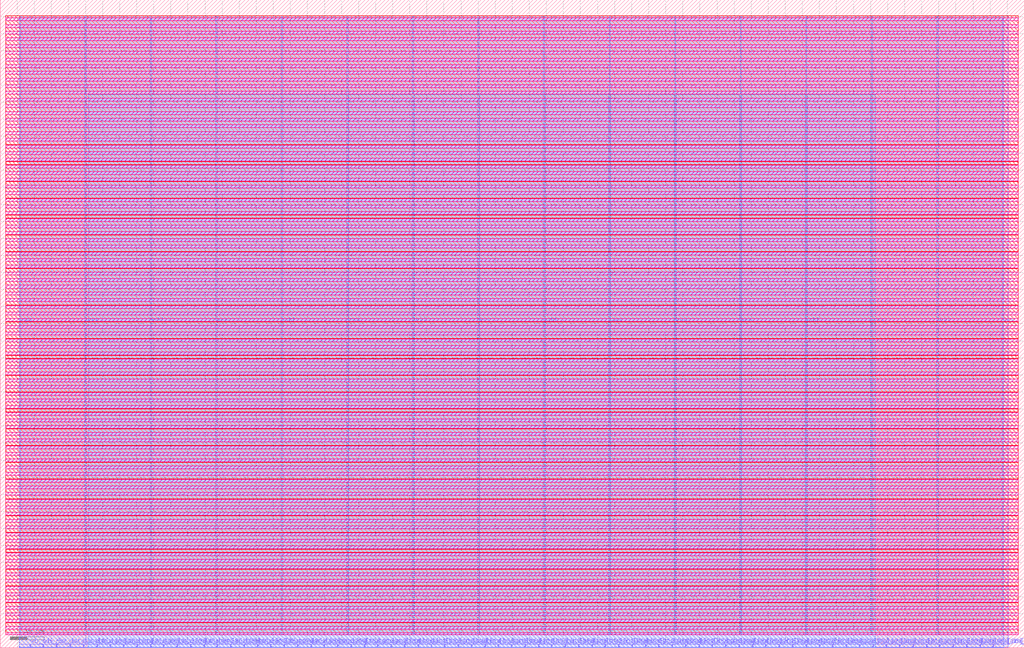
<source format=lef>
VERSION 5.7 ;
  NOWIREEXTENSIONATPIN ON ;
  DIVIDERCHAR "/" ;
  BUSBITCHARS "[]" ;
MACRO present_gf180_wrapper
  CLASS BLOCK ;
  FOREIGN present_gf180_wrapper ;
  ORIGIN 0.000 0.000 ;
  SIZE 1200.000 BY 760.000 ;
  PIN la_data_in[0]
    DIRECTION INPUT ;
    USE SIGNAL ;
    ANTENNAGATEAREA 0.396000 ;
    ANTENNADIFFAREA 0.410400 ;
    PORT
      LAYER Metal2 ;
        RECT 66.080 0.000 66.640 4.000 ;
    END
  END la_data_in[0]
  PIN la_data_in[10]
    DIRECTION INPUT ;
    USE SIGNAL ;
    ANTENNAGATEAREA 0.396000 ;
    ANTENNADIFFAREA 0.410400 ;
    PORT
      LAYER Metal2 ;
        RECT 379.680 0.000 380.240 4.000 ;
    END
  END la_data_in[10]
  PIN la_data_in[11]
    DIRECTION INPUT ;
    USE SIGNAL ;
    ANTENNAGATEAREA 0.396000 ;
    ANTENNADIFFAREA 0.410400 ;
    PORT
      LAYER Metal2 ;
        RECT 411.040 0.000 411.600 4.000 ;
    END
  END la_data_in[11]
  PIN la_data_in[12]
    DIRECTION INPUT ;
    USE SIGNAL ;
    ANTENNAGATEAREA 0.396000 ;
    ANTENNADIFFAREA 0.410400 ;
    PORT
      LAYER Metal2 ;
        RECT 442.400 0.000 442.960 4.000 ;
    END
  END la_data_in[12]
  PIN la_data_in[13]
    DIRECTION INPUT ;
    USE SIGNAL ;
    ANTENNAGATEAREA 0.396000 ;
    ANTENNADIFFAREA 0.410400 ;
    PORT
      LAYER Metal2 ;
        RECT 473.760 0.000 474.320 4.000 ;
    END
  END la_data_in[13]
  PIN la_data_in[14]
    DIRECTION INPUT ;
    USE SIGNAL ;
    ANTENNAGATEAREA 0.396000 ;
    ANTENNADIFFAREA 0.410400 ;
    PORT
      LAYER Metal2 ;
        RECT 505.120 0.000 505.680 4.000 ;
    END
  END la_data_in[14]
  PIN la_data_in[15]
    DIRECTION INPUT ;
    USE SIGNAL ;
    ANTENNAGATEAREA 0.396000 ;
    ANTENNADIFFAREA 0.410400 ;
    PORT
      LAYER Metal2 ;
        RECT 536.480 0.000 537.040 4.000 ;
    END
  END la_data_in[15]
  PIN la_data_in[16]
    DIRECTION INPUT ;
    USE SIGNAL ;
    ANTENNAGATEAREA 0.396000 ;
    ANTENNADIFFAREA 0.410400 ;
    PORT
      LAYER Metal2 ;
        RECT 567.840 0.000 568.400 4.000 ;
    END
  END la_data_in[16]
  PIN la_data_in[17]
    DIRECTION INPUT ;
    USE SIGNAL ;
    ANTENNAGATEAREA 0.396000 ;
    ANTENNADIFFAREA 0.410400 ;
    PORT
      LAYER Metal2 ;
        RECT 599.200 0.000 599.760 4.000 ;
    END
  END la_data_in[17]
  PIN la_data_in[18]
    DIRECTION INPUT ;
    USE SIGNAL ;
    ANTENNAGATEAREA 0.396000 ;
    ANTENNADIFFAREA 0.410400 ;
    PORT
      LAYER Metal2 ;
        RECT 630.560 0.000 631.120 4.000 ;
    END
  END la_data_in[18]
  PIN la_data_in[19]
    DIRECTION INPUT ;
    USE SIGNAL ;
    ANTENNAGATEAREA 0.396000 ;
    ANTENNADIFFAREA 0.410400 ;
    PORT
      LAYER Metal2 ;
        RECT 661.920 0.000 662.480 4.000 ;
    END
  END la_data_in[19]
  PIN la_data_in[1]
    DIRECTION INPUT ;
    USE SIGNAL ;
    ANTENNAGATEAREA 0.396000 ;
    ANTENNADIFFAREA 0.410400 ;
    PORT
      LAYER Metal2 ;
        RECT 97.440 0.000 98.000 4.000 ;
    END
  END la_data_in[1]
  PIN la_data_in[20]
    DIRECTION INPUT ;
    USE SIGNAL ;
    ANTENNAGATEAREA 0.396000 ;
    ANTENNADIFFAREA 0.410400 ;
    PORT
      LAYER Metal2 ;
        RECT 693.280 0.000 693.840 4.000 ;
    END
  END la_data_in[20]
  PIN la_data_in[21]
    DIRECTION INPUT ;
    USE SIGNAL ;
    ANTENNAGATEAREA 0.396000 ;
    ANTENNADIFFAREA 0.410400 ;
    PORT
      LAYER Metal2 ;
        RECT 724.640 0.000 725.200 4.000 ;
    END
  END la_data_in[21]
  PIN la_data_in[22]
    DIRECTION INPUT ;
    USE SIGNAL ;
    ANTENNAGATEAREA 0.396000 ;
    ANTENNADIFFAREA 0.410400 ;
    PORT
      LAYER Metal2 ;
        RECT 756.000 0.000 756.560 4.000 ;
    END
  END la_data_in[22]
  PIN la_data_in[23]
    DIRECTION INPUT ;
    USE SIGNAL ;
    ANTENNAGATEAREA 0.396000 ;
    ANTENNADIFFAREA 0.410400 ;
    PORT
      LAYER Metal2 ;
        RECT 787.360 0.000 787.920 4.000 ;
    END
  END la_data_in[23]
  PIN la_data_in[24]
    DIRECTION INPUT ;
    USE SIGNAL ;
    ANTENNAGATEAREA 0.396000 ;
    ANTENNADIFFAREA 0.410400 ;
    PORT
      LAYER Metal2 ;
        RECT 818.720 0.000 819.280 4.000 ;
    END
  END la_data_in[24]
  PIN la_data_in[25]
    DIRECTION INPUT ;
    USE SIGNAL ;
    ANTENNAGATEAREA 0.396000 ;
    ANTENNADIFFAREA 0.410400 ;
    PORT
      LAYER Metal2 ;
        RECT 850.080 0.000 850.640 4.000 ;
    END
  END la_data_in[25]
  PIN la_data_in[26]
    DIRECTION INPUT ;
    USE SIGNAL ;
    ANTENNAGATEAREA 0.396000 ;
    ANTENNADIFFAREA 0.410400 ;
    PORT
      LAYER Metal2 ;
        RECT 881.440 0.000 882.000 4.000 ;
    END
  END la_data_in[26]
  PIN la_data_in[27]
    DIRECTION INPUT ;
    USE SIGNAL ;
    ANTENNAGATEAREA 0.396000 ;
    ANTENNADIFFAREA 0.410400 ;
    PORT
      LAYER Metal2 ;
        RECT 912.800 0.000 913.360 4.000 ;
    END
  END la_data_in[27]
  PIN la_data_in[28]
    DIRECTION INPUT ;
    USE SIGNAL ;
    ANTENNAGATEAREA 0.396000 ;
    ANTENNADIFFAREA 0.410400 ;
    PORT
      LAYER Metal2 ;
        RECT 944.160 0.000 944.720 4.000 ;
    END
  END la_data_in[28]
  PIN la_data_in[29]
    DIRECTION INPUT ;
    USE SIGNAL ;
    ANTENNAGATEAREA 0.396000 ;
    ANTENNADIFFAREA 0.410400 ;
    PORT
      LAYER Metal2 ;
        RECT 975.520 0.000 976.080 4.000 ;
    END
  END la_data_in[29]
  PIN la_data_in[2]
    DIRECTION INPUT ;
    USE SIGNAL ;
    ANTENNAGATEAREA 0.396000 ;
    ANTENNADIFFAREA 0.410400 ;
    PORT
      LAYER Metal2 ;
        RECT 128.800 0.000 129.360 4.000 ;
    END
  END la_data_in[2]
  PIN la_data_in[30]
    DIRECTION INPUT ;
    USE SIGNAL ;
    ANTENNAGATEAREA 0.396000 ;
    ANTENNADIFFAREA 0.410400 ;
    PORT
      LAYER Metal2 ;
        RECT 1006.880 0.000 1007.440 4.000 ;
    END
  END la_data_in[30]
  PIN la_data_in[31]
    DIRECTION INPUT ;
    USE SIGNAL ;
    ANTENNAGATEAREA 0.396000 ;
    ANTENNADIFFAREA 0.410400 ;
    PORT
      LAYER Metal2 ;
        RECT 1038.240 0.000 1038.800 4.000 ;
    END
  END la_data_in[31]
  PIN la_data_in[32]
    DIRECTION INPUT ;
    USE SIGNAL ;
    ANTENNAGATEAREA 0.396000 ;
    ANTENNADIFFAREA 0.410400 ;
    PORT
      LAYER Metal2 ;
        RECT 1069.600 0.000 1070.160 4.000 ;
    END
  END la_data_in[32]
  PIN la_data_in[33]
    DIRECTION INPUT ;
    USE SIGNAL ;
    ANTENNAGATEAREA 0.396000 ;
    ANTENNADIFFAREA 0.410400 ;
    PORT
      LAYER Metal2 ;
        RECT 1085.280 0.000 1085.840 4.000 ;
    END
  END la_data_in[33]
  PIN la_data_in[34]
    DIRECTION INPUT ;
    USE SIGNAL ;
    ANTENNAGATEAREA 0.396000 ;
    ANTENNADIFFAREA 0.410400 ;
    PORT
      LAYER Metal2 ;
        RECT 1100.960 0.000 1101.520 4.000 ;
    END
  END la_data_in[34]
  PIN la_data_in[35]
    DIRECTION INPUT ;
    USE SIGNAL ;
    ANTENNAGATEAREA 0.396000 ;
    ANTENNADIFFAREA 0.410400 ;
    PORT
      LAYER Metal2 ;
        RECT 1116.640 0.000 1117.200 4.000 ;
    END
  END la_data_in[35]
  PIN la_data_in[36]
    DIRECTION INPUT ;
    USE SIGNAL ;
    ANTENNAGATEAREA 0.396000 ;
    ANTENNADIFFAREA 0.410400 ;
    PORT
      LAYER Metal2 ;
        RECT 1132.320 0.000 1132.880 4.000 ;
    END
  END la_data_in[36]
  PIN la_data_in[37]
    DIRECTION INPUT ;
    USE SIGNAL ;
    ANTENNAGATEAREA 0.396000 ;
    ANTENNADIFFAREA 0.410400 ;
    PORT
      LAYER Metal2 ;
        RECT 1148.000 0.000 1148.560 4.000 ;
    END
  END la_data_in[37]
  PIN la_data_in[38]
    DIRECTION INPUT ;
    USE SIGNAL ;
    ANTENNAGATEAREA 0.396000 ;
    ANTENNADIFFAREA 0.410400 ;
    PORT
      LAYER Metal2 ;
        RECT 1163.680 0.000 1164.240 4.000 ;
    END
  END la_data_in[38]
  PIN la_data_in[3]
    DIRECTION INPUT ;
    USE SIGNAL ;
    ANTENNAGATEAREA 0.396000 ;
    ANTENNADIFFAREA 0.410400 ;
    PORT
      LAYER Metal2 ;
        RECT 160.160 0.000 160.720 4.000 ;
    END
  END la_data_in[3]
  PIN la_data_in[4]
    DIRECTION INPUT ;
    USE SIGNAL ;
    ANTENNAGATEAREA 0.396000 ;
    ANTENNADIFFAREA 0.410400 ;
    PORT
      LAYER Metal2 ;
        RECT 191.520 0.000 192.080 4.000 ;
    END
  END la_data_in[4]
  PIN la_data_in[5]
    DIRECTION INPUT ;
    USE SIGNAL ;
    ANTENNAGATEAREA 0.396000 ;
    ANTENNADIFFAREA 0.410400 ;
    PORT
      LAYER Metal2 ;
        RECT 222.880 0.000 223.440 4.000 ;
    END
  END la_data_in[5]
  PIN la_data_in[6]
    DIRECTION INPUT ;
    USE SIGNAL ;
    ANTENNAGATEAREA 0.396000 ;
    ANTENNADIFFAREA 0.410400 ;
    PORT
      LAYER Metal2 ;
        RECT 254.240 0.000 254.800 4.000 ;
    END
  END la_data_in[6]
  PIN la_data_in[7]
    DIRECTION INPUT ;
    USE SIGNAL ;
    ANTENNAGATEAREA 0.396000 ;
    ANTENNADIFFAREA 0.410400 ;
    PORT
      LAYER Metal2 ;
        RECT 285.600 0.000 286.160 4.000 ;
    END
  END la_data_in[7]
  PIN la_data_in[8]
    DIRECTION INPUT ;
    USE SIGNAL ;
    ANTENNAGATEAREA 0.396000 ;
    ANTENNADIFFAREA 0.410400 ;
    PORT
      LAYER Metal2 ;
        RECT 316.960 0.000 317.520 4.000 ;
    END
  END la_data_in[8]
  PIN la_data_in[9]
    DIRECTION INPUT ;
    USE SIGNAL ;
    ANTENNAGATEAREA 0.396000 ;
    ANTENNADIFFAREA 0.410400 ;
    PORT
      LAYER Metal2 ;
        RECT 348.320 0.000 348.880 4.000 ;
    END
  END la_data_in[9]
  PIN la_data_out[0]
    DIRECTION OUTPUT TRISTATE ;
    USE SIGNAL ;
    ANTENNADIFFAREA 4.731200 ;
    PORT
      LAYER Metal2 ;
        RECT 81.760 0.000 82.320 4.000 ;
    END
  END la_data_out[0]
  PIN la_data_out[10]
    DIRECTION OUTPUT TRISTATE ;
    USE SIGNAL ;
    ANTENNADIFFAREA 4.731200 ;
    PORT
      LAYER Metal2 ;
        RECT 395.360 0.000 395.920 4.000 ;
    END
  END la_data_out[10]
  PIN la_data_out[11]
    DIRECTION OUTPUT TRISTATE ;
    USE SIGNAL ;
    ANTENNADIFFAREA 4.731200 ;
    PORT
      LAYER Metal2 ;
        RECT 426.720 0.000 427.280 4.000 ;
    END
  END la_data_out[11]
  PIN la_data_out[12]
    DIRECTION OUTPUT TRISTATE ;
    USE SIGNAL ;
    ANTENNADIFFAREA 4.731200 ;
    PORT
      LAYER Metal2 ;
        RECT 458.080 0.000 458.640 4.000 ;
    END
  END la_data_out[12]
  PIN la_data_out[13]
    DIRECTION OUTPUT TRISTATE ;
    USE SIGNAL ;
    ANTENNADIFFAREA 4.731200 ;
    PORT
      LAYER Metal2 ;
        RECT 489.440 0.000 490.000 4.000 ;
    END
  END la_data_out[13]
  PIN la_data_out[14]
    DIRECTION OUTPUT TRISTATE ;
    USE SIGNAL ;
    ANTENNADIFFAREA 4.731200 ;
    PORT
      LAYER Metal2 ;
        RECT 520.800 0.000 521.360 4.000 ;
    END
  END la_data_out[14]
  PIN la_data_out[15]
    DIRECTION OUTPUT TRISTATE ;
    USE SIGNAL ;
    ANTENNADIFFAREA 4.731200 ;
    PORT
      LAYER Metal2 ;
        RECT 552.160 0.000 552.720 4.000 ;
    END
  END la_data_out[15]
  PIN la_data_out[16]
    DIRECTION OUTPUT TRISTATE ;
    USE SIGNAL ;
    ANTENNADIFFAREA 4.731200 ;
    PORT
      LAYER Metal2 ;
        RECT 583.520 0.000 584.080 4.000 ;
    END
  END la_data_out[16]
  PIN la_data_out[17]
    DIRECTION OUTPUT TRISTATE ;
    USE SIGNAL ;
    ANTENNADIFFAREA 4.731200 ;
    PORT
      LAYER Metal2 ;
        RECT 614.880 0.000 615.440 4.000 ;
    END
  END la_data_out[17]
  PIN la_data_out[18]
    DIRECTION OUTPUT TRISTATE ;
    USE SIGNAL ;
    ANTENNADIFFAREA 4.731200 ;
    PORT
      LAYER Metal2 ;
        RECT 646.240 0.000 646.800 4.000 ;
    END
  END la_data_out[18]
  PIN la_data_out[19]
    DIRECTION OUTPUT TRISTATE ;
    USE SIGNAL ;
    ANTENNADIFFAREA 4.731200 ;
    PORT
      LAYER Metal2 ;
        RECT 677.600 0.000 678.160 4.000 ;
    END
  END la_data_out[19]
  PIN la_data_out[1]
    DIRECTION OUTPUT TRISTATE ;
    USE SIGNAL ;
    ANTENNADIFFAREA 4.731200 ;
    PORT
      LAYER Metal2 ;
        RECT 113.120 0.000 113.680 4.000 ;
    END
  END la_data_out[1]
  PIN la_data_out[20]
    DIRECTION OUTPUT TRISTATE ;
    USE SIGNAL ;
    ANTENNADIFFAREA 4.731200 ;
    PORT
      LAYER Metal2 ;
        RECT 708.960 0.000 709.520 4.000 ;
    END
  END la_data_out[20]
  PIN la_data_out[21]
    DIRECTION OUTPUT TRISTATE ;
    USE SIGNAL ;
    ANTENNADIFFAREA 4.731200 ;
    PORT
      LAYER Metal2 ;
        RECT 740.320 0.000 740.880 4.000 ;
    END
  END la_data_out[21]
  PIN la_data_out[22]
    DIRECTION OUTPUT TRISTATE ;
    USE SIGNAL ;
    ANTENNADIFFAREA 4.731200 ;
    PORT
      LAYER Metal2 ;
        RECT 771.680 0.000 772.240 4.000 ;
    END
  END la_data_out[22]
  PIN la_data_out[23]
    DIRECTION OUTPUT TRISTATE ;
    USE SIGNAL ;
    ANTENNADIFFAREA 4.731200 ;
    PORT
      LAYER Metal2 ;
        RECT 803.040 0.000 803.600 4.000 ;
    END
  END la_data_out[23]
  PIN la_data_out[24]
    DIRECTION OUTPUT TRISTATE ;
    USE SIGNAL ;
    ANTENNADIFFAREA 4.731200 ;
    PORT
      LAYER Metal2 ;
        RECT 834.400 0.000 834.960 4.000 ;
    END
  END la_data_out[24]
  PIN la_data_out[25]
    DIRECTION OUTPUT TRISTATE ;
    USE SIGNAL ;
    ANTENNADIFFAREA 4.731200 ;
    PORT
      LAYER Metal2 ;
        RECT 865.760 0.000 866.320 4.000 ;
    END
  END la_data_out[25]
  PIN la_data_out[26]
    DIRECTION OUTPUT TRISTATE ;
    USE SIGNAL ;
    ANTENNADIFFAREA 4.731200 ;
    PORT
      LAYER Metal2 ;
        RECT 897.120 0.000 897.680 4.000 ;
    END
  END la_data_out[26]
  PIN la_data_out[27]
    DIRECTION OUTPUT TRISTATE ;
    USE SIGNAL ;
    ANTENNADIFFAREA 4.731200 ;
    PORT
      LAYER Metal2 ;
        RECT 928.480 0.000 929.040 4.000 ;
    END
  END la_data_out[27]
  PIN la_data_out[28]
    DIRECTION OUTPUT TRISTATE ;
    USE SIGNAL ;
    ANTENNADIFFAREA 4.731200 ;
    PORT
      LAYER Metal2 ;
        RECT 959.840 0.000 960.400 4.000 ;
    END
  END la_data_out[28]
  PIN la_data_out[29]
    DIRECTION OUTPUT TRISTATE ;
    USE SIGNAL ;
    ANTENNADIFFAREA 4.731200 ;
    PORT
      LAYER Metal2 ;
        RECT 991.200 0.000 991.760 4.000 ;
    END
  END la_data_out[29]
  PIN la_data_out[2]
    DIRECTION OUTPUT TRISTATE ;
    USE SIGNAL ;
    ANTENNADIFFAREA 4.731200 ;
    PORT
      LAYER Metal2 ;
        RECT 144.480 0.000 145.040 4.000 ;
    END
  END la_data_out[2]
  PIN la_data_out[30]
    DIRECTION OUTPUT TRISTATE ;
    USE SIGNAL ;
    ANTENNADIFFAREA 4.731200 ;
    PORT
      LAYER Metal2 ;
        RECT 1022.560 0.000 1023.120 4.000 ;
    END
  END la_data_out[30]
  PIN la_data_out[31]
    DIRECTION OUTPUT TRISTATE ;
    USE SIGNAL ;
    ANTENNADIFFAREA 4.731200 ;
    PORT
      LAYER Metal2 ;
        RECT 1053.920 0.000 1054.480 4.000 ;
    END
  END la_data_out[31]
  PIN la_data_out[3]
    DIRECTION OUTPUT TRISTATE ;
    USE SIGNAL ;
    ANTENNADIFFAREA 4.731200 ;
    PORT
      LAYER Metal2 ;
        RECT 175.840 0.000 176.400 4.000 ;
    END
  END la_data_out[3]
  PIN la_data_out[4]
    DIRECTION OUTPUT TRISTATE ;
    USE SIGNAL ;
    ANTENNADIFFAREA 4.731200 ;
    PORT
      LAYER Metal2 ;
        RECT 207.200 0.000 207.760 4.000 ;
    END
  END la_data_out[4]
  PIN la_data_out[5]
    DIRECTION OUTPUT TRISTATE ;
    USE SIGNAL ;
    ANTENNADIFFAREA 4.731200 ;
    PORT
      LAYER Metal2 ;
        RECT 238.560 0.000 239.120 4.000 ;
    END
  END la_data_out[5]
  PIN la_data_out[6]
    DIRECTION OUTPUT TRISTATE ;
    USE SIGNAL ;
    ANTENNADIFFAREA 4.731200 ;
    PORT
      LAYER Metal2 ;
        RECT 269.920 0.000 270.480 4.000 ;
    END
  END la_data_out[6]
  PIN la_data_out[7]
    DIRECTION OUTPUT TRISTATE ;
    USE SIGNAL ;
    ANTENNADIFFAREA 4.731200 ;
    PORT
      LAYER Metal2 ;
        RECT 301.280 0.000 301.840 4.000 ;
    END
  END la_data_out[7]
  PIN la_data_out[8]
    DIRECTION OUTPUT TRISTATE ;
    USE SIGNAL ;
    ANTENNADIFFAREA 4.731200 ;
    PORT
      LAYER Metal2 ;
        RECT 332.640 0.000 333.200 4.000 ;
    END
  END la_data_out[8]
  PIN la_data_out[9]
    DIRECTION OUTPUT TRISTATE ;
    USE SIGNAL ;
    ANTENNADIFFAREA 4.731200 ;
    PORT
      LAYER Metal2 ;
        RECT 364.000 0.000 364.560 4.000 ;
    END
  END la_data_out[9]
  PIN vdd
    DIRECTION INOUT ;
    USE POWER ;
    PORT
      LAYER Metal4 ;
        RECT 22.240 15.380 23.840 741.180 ;
    END
    PORT
      LAYER Metal4 ;
        RECT 175.840 15.380 177.440 741.180 ;
    END
    PORT
      LAYER Metal4 ;
        RECT 329.440 15.380 331.040 741.180 ;
    END
    PORT
      LAYER Metal4 ;
        RECT 483.040 15.380 484.640 741.180 ;
    END
    PORT
      LAYER Metal4 ;
        RECT 636.640 15.380 638.240 741.180 ;
    END
    PORT
      LAYER Metal4 ;
        RECT 790.240 15.380 791.840 741.180 ;
    END
    PORT
      LAYER Metal4 ;
        RECT 943.840 15.380 945.440 741.180 ;
    END
    PORT
      LAYER Metal4 ;
        RECT 1097.440 15.380 1099.040 741.180 ;
    END
  END vdd
  PIN vss
    DIRECTION INOUT ;
    USE GROUND ;
    PORT
      LAYER Metal4 ;
        RECT 99.040 15.380 100.640 741.180 ;
    END
    PORT
      LAYER Metal4 ;
        RECT 252.640 15.380 254.240 741.180 ;
    END
    PORT
      LAYER Metal4 ;
        RECT 406.240 15.380 407.840 741.180 ;
    END
    PORT
      LAYER Metal4 ;
        RECT 559.840 15.380 561.440 741.180 ;
    END
    PORT
      LAYER Metal4 ;
        RECT 713.440 15.380 715.040 741.180 ;
    END
    PORT
      LAYER Metal4 ;
        RECT 867.040 15.380 868.640 741.180 ;
    END
    PORT
      LAYER Metal4 ;
        RECT 1020.640 15.380 1022.240 741.180 ;
    END
    PORT
      LAYER Metal4 ;
        RECT 1174.240 15.380 1175.840 741.180 ;
    END
  END vss
  PIN wb_clk_i
    DIRECTION INPUT ;
    USE SIGNAL ;
    ANTENNAGATEAREA 4.738000 ;
    ANTENNADIFFAREA 0.410400 ;
    PORT
      LAYER Metal2 ;
        RECT 34.720 0.000 35.280 4.000 ;
    END
  END wb_clk_i
  PIN wb_rst_i
    DIRECTION INPUT ;
    USE SIGNAL ;
    ANTENNAGATEAREA 1.102000 ;
    ANTENNADIFFAREA 0.410400 ;
    PORT
      LAYER Metal2 ;
        RECT 50.400 0.000 50.960 4.000 ;
    END
  END wb_rst_i
  OBS
      LAYER Nwell ;
        RECT 6.290 738.720 1193.230 741.310 ;
      LAYER Pwell ;
        RECT 6.290 735.200 1193.230 738.720 ;
      LAYER Nwell ;
        RECT 6.290 730.880 1193.230 735.200 ;
      LAYER Pwell ;
        RECT 6.290 727.360 1193.230 730.880 ;
      LAYER Nwell ;
        RECT 6.290 723.040 1193.230 727.360 ;
      LAYER Pwell ;
        RECT 6.290 719.520 1193.230 723.040 ;
      LAYER Nwell ;
        RECT 6.290 715.200 1193.230 719.520 ;
      LAYER Pwell ;
        RECT 6.290 711.680 1193.230 715.200 ;
      LAYER Nwell ;
        RECT 6.290 707.360 1193.230 711.680 ;
      LAYER Pwell ;
        RECT 6.290 703.840 1193.230 707.360 ;
      LAYER Nwell ;
        RECT 6.290 699.520 1193.230 703.840 ;
      LAYER Pwell ;
        RECT 6.290 696.000 1193.230 699.520 ;
      LAYER Nwell ;
        RECT 6.290 691.680 1193.230 696.000 ;
      LAYER Pwell ;
        RECT 6.290 688.160 1193.230 691.680 ;
      LAYER Nwell ;
        RECT 6.290 683.840 1193.230 688.160 ;
      LAYER Pwell ;
        RECT 6.290 680.320 1193.230 683.840 ;
      LAYER Nwell ;
        RECT 6.290 676.000 1193.230 680.320 ;
      LAYER Pwell ;
        RECT 6.290 672.480 1193.230 676.000 ;
      LAYER Nwell ;
        RECT 6.290 668.160 1193.230 672.480 ;
      LAYER Pwell ;
        RECT 6.290 664.640 1193.230 668.160 ;
      LAYER Nwell ;
        RECT 6.290 660.320 1193.230 664.640 ;
      LAYER Pwell ;
        RECT 6.290 656.800 1193.230 660.320 ;
      LAYER Nwell ;
        RECT 6.290 652.480 1193.230 656.800 ;
      LAYER Pwell ;
        RECT 6.290 648.960 1193.230 652.480 ;
      LAYER Nwell ;
        RECT 6.290 644.640 1193.230 648.960 ;
      LAYER Pwell ;
        RECT 6.290 641.120 1193.230 644.640 ;
      LAYER Nwell ;
        RECT 6.290 636.800 1193.230 641.120 ;
      LAYER Pwell ;
        RECT 6.290 633.280 1193.230 636.800 ;
      LAYER Nwell ;
        RECT 6.290 628.960 1193.230 633.280 ;
      LAYER Pwell ;
        RECT 6.290 625.440 1193.230 628.960 ;
      LAYER Nwell ;
        RECT 6.290 621.120 1193.230 625.440 ;
      LAYER Pwell ;
        RECT 6.290 617.600 1193.230 621.120 ;
      LAYER Nwell ;
        RECT 6.290 613.280 1193.230 617.600 ;
      LAYER Pwell ;
        RECT 6.290 609.760 1193.230 613.280 ;
      LAYER Nwell ;
        RECT 6.290 605.440 1193.230 609.760 ;
      LAYER Pwell ;
        RECT 6.290 601.920 1193.230 605.440 ;
      LAYER Nwell ;
        RECT 6.290 597.725 1193.230 601.920 ;
        RECT 6.290 597.600 555.905 597.725 ;
      LAYER Pwell ;
        RECT 6.290 594.080 1193.230 597.600 ;
      LAYER Nwell ;
        RECT 6.290 593.955 607.080 594.080 ;
        RECT 6.290 589.885 1193.230 593.955 ;
        RECT 6.290 589.760 515.585 589.885 ;
      LAYER Pwell ;
        RECT 6.290 586.240 1193.230 589.760 ;
      LAYER Nwell ;
        RECT 6.290 586.115 301.105 586.240 ;
        RECT 6.290 582.045 1193.230 586.115 ;
        RECT 6.290 581.920 279.265 582.045 ;
      LAYER Pwell ;
        RECT 6.290 578.400 1193.230 581.920 ;
      LAYER Nwell ;
        RECT 6.290 578.275 265.825 578.400 ;
        RECT 6.290 574.205 1193.230 578.275 ;
        RECT 6.290 574.080 162.785 574.205 ;
      LAYER Pwell ;
        RECT 6.290 570.560 1193.230 574.080 ;
      LAYER Nwell ;
        RECT 6.290 570.435 182.945 570.560 ;
        RECT 6.290 566.365 1193.230 570.435 ;
        RECT 6.290 566.240 155.505 566.365 ;
      LAYER Pwell ;
        RECT 6.290 562.720 1193.230 566.240 ;
      LAYER Nwell ;
        RECT 6.290 562.595 151.025 562.720 ;
        RECT 6.290 558.525 1193.230 562.595 ;
        RECT 6.290 558.400 196.600 558.525 ;
      LAYER Pwell ;
        RECT 6.290 554.880 1193.230 558.400 ;
      LAYER Nwell ;
        RECT 6.290 554.755 138.360 554.880 ;
        RECT 6.290 550.685 1193.230 554.755 ;
        RECT 6.290 550.560 118.545 550.685 ;
      LAYER Pwell ;
        RECT 6.290 547.040 1193.230 550.560 ;
      LAYER Nwell ;
        RECT 6.290 546.915 91.105 547.040 ;
        RECT 6.290 542.845 1193.230 546.915 ;
        RECT 6.290 542.720 86.625 542.845 ;
      LAYER Pwell ;
        RECT 6.290 539.200 1193.230 542.720 ;
      LAYER Nwell ;
        RECT 6.290 539.075 178.595 539.200 ;
        RECT 6.290 535.005 1193.230 539.075 ;
        RECT 6.290 534.880 149.905 535.005 ;
      LAYER Pwell ;
        RECT 6.290 531.360 1193.230 534.880 ;
      LAYER Nwell ;
        RECT 6.290 531.235 130.305 531.360 ;
        RECT 6.290 527.165 1193.230 531.235 ;
        RECT 6.290 527.040 82.705 527.165 ;
      LAYER Pwell ;
        RECT 6.290 523.520 1193.230 527.040 ;
      LAYER Nwell ;
        RECT 6.290 523.395 103.425 523.520 ;
        RECT 6.290 519.325 1193.230 523.395 ;
        RECT 6.290 519.200 82.145 519.325 ;
      LAYER Pwell ;
        RECT 6.290 515.680 1193.230 519.200 ;
      LAYER Nwell ;
        RECT 6.290 515.555 100.625 515.680 ;
        RECT 6.290 511.485 1193.230 515.555 ;
        RECT 6.290 511.360 128.625 511.485 ;
      LAYER Pwell ;
        RECT 6.290 507.840 1193.230 511.360 ;
      LAYER Nwell ;
        RECT 6.290 507.715 172.865 507.840 ;
        RECT 6.290 503.645 1193.230 507.715 ;
        RECT 6.290 503.520 130.305 503.645 ;
      LAYER Pwell ;
        RECT 6.290 500.000 1193.230 503.520 ;
      LAYER Nwell ;
        RECT 6.290 499.875 99.505 500.000 ;
        RECT 6.290 495.805 1193.230 499.875 ;
        RECT 6.290 495.680 189.105 495.805 ;
      LAYER Pwell ;
        RECT 6.290 492.160 1193.230 495.680 ;
      LAYER Nwell ;
        RECT 6.290 492.035 100.625 492.160 ;
        RECT 6.290 487.965 1193.230 492.035 ;
        RECT 6.290 487.840 91.665 487.965 ;
      LAYER Pwell ;
        RECT 6.290 484.320 1193.230 487.840 ;
      LAYER Nwell ;
        RECT 6.290 484.195 102.305 484.320 ;
        RECT 6.290 480.125 1193.230 484.195 ;
        RECT 6.290 480.000 91.105 480.125 ;
      LAYER Pwell ;
        RECT 6.290 476.480 1193.230 480.000 ;
      LAYER Nwell ;
        RECT 6.290 476.355 222.705 476.480 ;
        RECT 6.290 472.285 1193.230 476.355 ;
        RECT 6.290 472.160 267.505 472.285 ;
      LAYER Pwell ;
        RECT 6.290 468.640 1193.230 472.160 ;
      LAYER Nwell ;
        RECT 6.290 468.515 73.745 468.640 ;
        RECT 6.290 464.445 1193.230 468.515 ;
        RECT 6.290 464.320 77.105 464.445 ;
      LAYER Pwell ;
        RECT 6.290 460.800 1193.230 464.320 ;
      LAYER Nwell ;
        RECT 6.290 460.675 258.545 460.800 ;
        RECT 6.290 456.605 1193.230 460.675 ;
        RECT 6.290 456.480 81.585 456.605 ;
      LAYER Pwell ;
        RECT 6.290 452.960 1193.230 456.480 ;
      LAYER Nwell ;
        RECT 6.290 452.835 112.945 452.960 ;
        RECT 6.290 448.765 1193.230 452.835 ;
        RECT 6.290 448.640 79.905 448.765 ;
      LAYER Pwell ;
        RECT 6.290 445.120 1193.230 448.640 ;
      LAYER Nwell ;
        RECT 6.290 444.995 73.185 445.120 ;
        RECT 6.290 440.925 1193.230 444.995 ;
        RECT 6.290 440.800 85.505 440.925 ;
      LAYER Pwell ;
        RECT 6.290 437.280 1193.230 440.800 ;
      LAYER Nwell ;
        RECT 6.290 437.155 169.505 437.280 ;
        RECT 6.290 433.085 1193.230 437.155 ;
        RECT 6.290 432.960 122.465 433.085 ;
      LAYER Pwell ;
        RECT 6.290 429.440 1193.230 432.960 ;
      LAYER Nwell ;
        RECT 6.290 429.315 91.105 429.440 ;
        RECT 6.290 425.245 1193.230 429.315 ;
        RECT 6.290 425.120 112.385 425.245 ;
      LAYER Pwell ;
        RECT 6.290 421.600 1193.230 425.120 ;
      LAYER Nwell ;
        RECT 6.290 421.475 184.625 421.600 ;
        RECT 6.290 417.405 1193.230 421.475 ;
        RECT 6.290 417.280 116.865 417.405 ;
      LAYER Pwell ;
        RECT 6.290 413.760 1193.230 417.280 ;
      LAYER Nwell ;
        RECT 6.290 413.635 150.465 413.760 ;
        RECT 6.290 409.565 1193.230 413.635 ;
        RECT 6.290 409.440 126.385 409.565 ;
      LAYER Pwell ;
        RECT 6.290 405.920 1193.230 409.440 ;
      LAYER Nwell ;
        RECT 6.290 405.795 104.545 405.920 ;
        RECT 6.290 401.725 1193.230 405.795 ;
        RECT 6.290 401.600 324.840 401.725 ;
      LAYER Pwell ;
        RECT 6.290 398.080 1193.230 401.600 ;
      LAYER Nwell ;
        RECT 6.290 397.955 97.265 398.080 ;
        RECT 6.290 393.885 1193.230 397.955 ;
        RECT 6.290 393.760 110.705 393.885 ;
      LAYER Pwell ;
        RECT 6.290 390.240 1193.230 393.760 ;
      LAYER Nwell ;
        RECT 6.290 390.115 98.385 390.240 ;
        RECT 6.290 386.045 1193.230 390.115 ;
        RECT 6.290 385.920 134.440 386.045 ;
      LAYER Pwell ;
        RECT 6.290 382.400 1193.230 385.920 ;
      LAYER Nwell ;
        RECT 6.290 382.275 109.585 382.400 ;
        RECT 6.290 378.205 1193.230 382.275 ;
        RECT 6.290 378.080 157.745 378.205 ;
      LAYER Pwell ;
        RECT 6.290 374.560 1193.230 378.080 ;
      LAYER Nwell ;
        RECT 6.290 374.435 105.665 374.560 ;
        RECT 6.290 370.365 1193.230 374.435 ;
        RECT 6.290 370.240 110.705 370.365 ;
      LAYER Pwell ;
        RECT 6.290 366.720 1193.230 370.240 ;
      LAYER Nwell ;
        RECT 6.290 366.595 131.425 366.720 ;
        RECT 6.290 362.525 1193.230 366.595 ;
        RECT 6.290 362.400 169.720 362.525 ;
      LAYER Pwell ;
        RECT 6.290 358.880 1193.230 362.400 ;
      LAYER Nwell ;
        RECT 6.290 358.755 101.745 358.880 ;
        RECT 6.290 354.685 1193.230 358.755 ;
        RECT 6.290 354.560 110.705 354.685 ;
      LAYER Pwell ;
        RECT 6.290 351.040 1193.230 354.560 ;
      LAYER Nwell ;
        RECT 6.290 350.915 101.745 351.040 ;
        RECT 6.290 346.845 1193.230 350.915 ;
        RECT 6.290 346.720 120.225 346.845 ;
      LAYER Pwell ;
        RECT 6.290 343.200 1193.230 346.720 ;
      LAYER Nwell ;
        RECT 6.290 343.075 143.745 343.200 ;
        RECT 6.290 339.005 1193.230 343.075 ;
        RECT 6.290 338.880 79.345 339.005 ;
      LAYER Pwell ;
        RECT 6.290 335.360 1193.230 338.880 ;
      LAYER Nwell ;
        RECT 6.290 335.235 98.945 335.360 ;
        RECT 6.290 331.165 1193.230 335.235 ;
        RECT 6.290 331.040 92.225 331.165 ;
      LAYER Pwell ;
        RECT 6.290 327.520 1193.230 331.040 ;
      LAYER Nwell ;
        RECT 6.290 327.395 98.945 327.520 ;
        RECT 6.290 323.325 1193.230 327.395 ;
        RECT 6.290 323.200 155.160 323.325 ;
      LAYER Pwell ;
        RECT 6.290 319.680 1193.230 323.200 ;
      LAYER Nwell ;
        RECT 6.290 319.555 69.265 319.680 ;
        RECT 6.290 315.485 1193.230 319.555 ;
        RECT 6.290 315.360 120.785 315.485 ;
      LAYER Pwell ;
        RECT 6.290 311.840 1193.230 315.360 ;
      LAYER Nwell ;
        RECT 6.290 311.715 72.625 311.840 ;
        RECT 6.290 307.645 1193.230 311.715 ;
        RECT 6.290 307.520 79.345 307.645 ;
      LAYER Pwell ;
        RECT 6.290 304.000 1193.230 307.520 ;
      LAYER Nwell ;
        RECT 6.290 303.875 112.945 304.000 ;
        RECT 6.290 299.805 1193.230 303.875 ;
        RECT 6.290 299.680 110.705 299.805 ;
      LAYER Pwell ;
        RECT 6.290 296.160 1193.230 299.680 ;
      LAYER Nwell ;
        RECT 6.290 296.035 152.145 296.160 ;
        RECT 6.290 291.965 1193.230 296.035 ;
        RECT 6.290 291.840 91.105 291.965 ;
      LAYER Pwell ;
        RECT 6.290 288.320 1193.230 291.840 ;
      LAYER Nwell ;
        RECT 6.290 288.195 91.105 288.320 ;
        RECT 6.290 284.125 1193.230 288.195 ;
        RECT 6.290 284.000 91.105 284.125 ;
      LAYER Pwell ;
        RECT 6.290 280.480 1193.230 284.000 ;
      LAYER Nwell ;
        RECT 6.290 280.355 60.865 280.480 ;
        RECT 6.290 276.285 1193.230 280.355 ;
        RECT 6.290 276.160 93.345 276.285 ;
      LAYER Pwell ;
        RECT 6.290 272.640 1193.230 276.160 ;
      LAYER Nwell ;
        RECT 6.290 272.515 62.545 272.640 ;
        RECT 6.290 268.445 1193.230 272.515 ;
        RECT 6.290 268.320 194.705 268.445 ;
      LAYER Pwell ;
        RECT 6.290 264.800 1193.230 268.320 ;
      LAYER Nwell ;
        RECT 6.290 264.675 64.440 264.800 ;
        RECT 6.290 260.605 1193.230 264.675 ;
        RECT 6.290 260.480 228.865 260.605 ;
      LAYER Pwell ;
        RECT 6.290 256.960 1193.230 260.480 ;
      LAYER Nwell ;
        RECT 6.290 256.835 130.305 256.960 ;
        RECT 6.290 252.765 1193.230 256.835 ;
        RECT 6.290 252.640 87.185 252.765 ;
      LAYER Pwell ;
        RECT 6.290 249.120 1193.230 252.640 ;
      LAYER Nwell ;
        RECT 6.290 248.995 91.105 249.120 ;
        RECT 6.290 244.925 1193.230 248.995 ;
        RECT 6.290 244.800 87.745 244.925 ;
      LAYER Pwell ;
        RECT 6.290 241.280 1193.230 244.800 ;
      LAYER Nwell ;
        RECT 6.290 241.155 256.865 241.280 ;
        RECT 6.290 237.085 1193.230 241.155 ;
        RECT 6.290 236.960 110.705 237.085 ;
      LAYER Pwell ;
        RECT 6.290 233.440 1193.230 236.960 ;
      LAYER Nwell ;
        RECT 6.290 233.315 138.705 233.440 ;
        RECT 6.290 229.245 1193.230 233.315 ;
        RECT 6.290 229.120 132.545 229.245 ;
      LAYER Pwell ;
        RECT 6.290 225.600 1193.230 229.120 ;
      LAYER Nwell ;
        RECT 6.290 225.475 141.505 225.600 ;
        RECT 6.290 221.405 1193.230 225.475 ;
        RECT 6.290 221.280 198.625 221.405 ;
      LAYER Pwell ;
        RECT 6.290 217.760 1193.230 221.280 ;
      LAYER Nwell ;
        RECT 6.290 217.635 247.905 217.760 ;
        RECT 6.290 213.565 1193.230 217.635 ;
        RECT 6.290 213.440 245.320 213.565 ;
      LAYER Pwell ;
        RECT 6.290 209.920 1193.230 213.440 ;
      LAYER Nwell ;
        RECT 6.290 209.795 292.360 209.920 ;
        RECT 6.290 205.725 1193.230 209.795 ;
        RECT 6.290 205.600 353.745 205.725 ;
      LAYER Pwell ;
        RECT 6.290 202.080 1193.230 205.600 ;
      LAYER Nwell ;
        RECT 6.290 201.955 292.705 202.080 ;
        RECT 6.290 197.885 1193.230 201.955 ;
        RECT 6.290 197.760 289.345 197.885 ;
      LAYER Pwell ;
        RECT 6.290 194.240 1193.230 197.760 ;
      LAYER Nwell ;
        RECT 6.290 194.115 600.705 194.240 ;
        RECT 6.290 190.045 1193.230 194.115 ;
        RECT 6.290 189.920 365.160 190.045 ;
      LAYER Pwell ;
        RECT 6.290 186.400 1193.230 189.920 ;
      LAYER Nwell ;
        RECT 6.290 186.275 376.145 186.400 ;
        RECT 6.290 182.205 1193.230 186.275 ;
        RECT 6.290 182.080 289.345 182.205 ;
      LAYER Pwell ;
        RECT 6.290 178.560 1193.230 182.080 ;
      LAYER Nwell ;
        RECT 6.290 178.435 287.105 178.560 ;
        RECT 6.290 174.365 1193.230 178.435 ;
        RECT 6.290 174.240 406.945 174.365 ;
      LAYER Pwell ;
        RECT 6.290 170.720 1193.230 174.240 ;
      LAYER Nwell ;
        RECT 6.290 170.595 411.425 170.720 ;
        RECT 6.290 166.525 1193.230 170.595 ;
        RECT 6.290 166.400 463.505 166.525 ;
      LAYER Pwell ;
        RECT 6.290 162.880 1193.230 166.400 ;
      LAYER Nwell ;
        RECT 6.290 162.755 341.640 162.880 ;
        RECT 6.290 158.685 1193.230 162.755 ;
        RECT 6.290 158.560 289.345 158.685 ;
      LAYER Pwell ;
        RECT 6.290 155.040 1193.230 158.560 ;
      LAYER Nwell ;
        RECT 6.290 154.915 343.665 155.040 ;
        RECT 6.290 150.845 1193.230 154.915 ;
        RECT 6.290 150.720 289.345 150.845 ;
      LAYER Pwell ;
        RECT 6.290 147.200 1193.230 150.720 ;
      LAYER Nwell ;
        RECT 6.290 147.075 307.825 147.200 ;
        RECT 6.290 143.005 1193.230 147.075 ;
        RECT 6.290 142.880 355.985 143.005 ;
      LAYER Pwell ;
        RECT 6.290 139.360 1193.230 142.880 ;
      LAYER Nwell ;
        RECT 6.290 139.235 293.265 139.360 ;
        RECT 6.290 135.165 1193.230 139.235 ;
        RECT 6.290 135.040 289.345 135.165 ;
      LAYER Pwell ;
        RECT 6.290 131.520 1193.230 135.040 ;
      LAYER Nwell ;
        RECT 6.290 131.395 365.505 131.520 ;
        RECT 6.290 127.325 1193.230 131.395 ;
        RECT 6.290 127.200 509.985 127.325 ;
      LAYER Pwell ;
        RECT 6.290 123.680 1193.230 127.200 ;
      LAYER Nwell ;
        RECT 6.290 123.555 411.055 123.680 ;
        RECT 6.290 119.485 1193.230 123.555 ;
        RECT 6.290 119.360 335.305 119.485 ;
      LAYER Pwell ;
        RECT 6.290 115.840 1193.230 119.360 ;
      LAYER Nwell ;
        RECT 6.290 115.715 293.825 115.840 ;
        RECT 6.290 111.645 1193.230 115.715 ;
        RECT 6.290 111.520 289.345 111.645 ;
      LAYER Pwell ;
        RECT 6.290 108.000 1193.230 111.520 ;
      LAYER Nwell ;
        RECT 6.290 107.875 339.325 108.000 ;
        RECT 6.290 103.805 1193.230 107.875 ;
        RECT 6.290 103.680 510.545 103.805 ;
      LAYER Pwell ;
        RECT 6.290 100.160 1193.230 103.680 ;
      LAYER Nwell ;
        RECT 6.290 100.035 550.905 100.160 ;
        RECT 6.290 95.965 1193.230 100.035 ;
        RECT 6.290 95.840 320.705 95.965 ;
      LAYER Pwell ;
        RECT 6.290 92.320 1193.230 95.840 ;
      LAYER Nwell ;
        RECT 6.290 92.195 301.665 92.320 ;
        RECT 6.290 88.125 1193.230 92.195 ;
        RECT 6.290 88.000 347.585 88.125 ;
      LAYER Pwell ;
        RECT 6.290 84.480 1193.230 88.000 ;
      LAYER Nwell ;
        RECT 6.290 84.355 300.545 84.480 ;
        RECT 6.290 80.285 1193.230 84.355 ;
        RECT 6.290 80.160 463.505 80.285 ;
      LAYER Pwell ;
        RECT 6.290 76.640 1193.230 80.160 ;
      LAYER Nwell ;
        RECT 6.290 76.515 330.225 76.640 ;
        RECT 6.290 72.445 1193.230 76.515 ;
        RECT 6.290 72.320 318.680 72.445 ;
      LAYER Pwell ;
        RECT 6.290 68.800 1193.230 72.320 ;
      LAYER Nwell ;
        RECT 6.290 68.675 639.905 68.800 ;
        RECT 6.290 64.605 1193.230 68.675 ;
        RECT 6.290 64.480 353.185 64.605 ;
      LAYER Pwell ;
        RECT 6.290 60.960 1193.230 64.480 ;
      LAYER Nwell ;
        RECT 6.290 60.835 443.905 60.960 ;
        RECT 6.290 56.765 1193.230 60.835 ;
        RECT 6.290 56.640 355.425 56.765 ;
      LAYER Pwell ;
        RECT 6.290 53.120 1193.230 56.640 ;
      LAYER Nwell ;
        RECT 6.290 52.995 365.505 53.120 ;
        RECT 6.290 48.925 1193.230 52.995 ;
        RECT 6.290 48.800 373.000 48.925 ;
      LAYER Pwell ;
        RECT 6.290 45.280 1193.230 48.800 ;
      LAYER Nwell ;
        RECT 6.290 45.155 369.985 45.280 ;
        RECT 6.290 41.085 1193.230 45.155 ;
        RECT 6.290 40.960 438.305 41.085 ;
      LAYER Pwell ;
        RECT 6.290 37.440 1193.230 40.960 ;
      LAYER Nwell ;
        RECT 6.290 37.315 417.025 37.440 ;
        RECT 6.290 33.245 1193.230 37.315 ;
        RECT 6.290 33.120 474.705 33.245 ;
      LAYER Pwell ;
        RECT 6.290 29.600 1193.230 33.120 ;
      LAYER Nwell ;
        RECT 6.290 29.475 504.945 29.600 ;
        RECT 6.290 25.405 1193.230 29.475 ;
        RECT 6.290 25.280 503.265 25.405 ;
      LAYER Pwell ;
        RECT 6.290 21.760 1193.230 25.280 ;
      LAYER Nwell ;
        RECT 6.290 21.635 542.675 21.760 ;
        RECT 6.290 17.565 1193.230 21.635 ;
        RECT 6.290 17.440 564.865 17.565 ;
      LAYER Pwell ;
        RECT 6.290 15.250 1193.230 17.440 ;
      LAYER Metal1 ;
        RECT 6.720 15.380 1192.800 741.180 ;
      LAYER Metal2 ;
        RECT 22.380 4.300 1181.460 741.070 ;
        RECT 22.380 0.650 34.420 4.300 ;
        RECT 35.580 0.650 50.100 4.300 ;
        RECT 51.260 0.650 65.780 4.300 ;
        RECT 66.940 0.650 81.460 4.300 ;
        RECT 82.620 0.650 97.140 4.300 ;
        RECT 98.300 0.650 112.820 4.300 ;
        RECT 113.980 0.650 128.500 4.300 ;
        RECT 129.660 0.650 144.180 4.300 ;
        RECT 145.340 0.650 159.860 4.300 ;
        RECT 161.020 0.650 175.540 4.300 ;
        RECT 176.700 0.650 191.220 4.300 ;
        RECT 192.380 0.650 206.900 4.300 ;
        RECT 208.060 0.650 222.580 4.300 ;
        RECT 223.740 0.650 238.260 4.300 ;
        RECT 239.420 0.650 253.940 4.300 ;
        RECT 255.100 0.650 269.620 4.300 ;
        RECT 270.780 0.650 285.300 4.300 ;
        RECT 286.460 0.650 300.980 4.300 ;
        RECT 302.140 0.650 316.660 4.300 ;
        RECT 317.820 0.650 332.340 4.300 ;
        RECT 333.500 0.650 348.020 4.300 ;
        RECT 349.180 0.650 363.700 4.300 ;
        RECT 364.860 0.650 379.380 4.300 ;
        RECT 380.540 0.650 395.060 4.300 ;
        RECT 396.220 0.650 410.740 4.300 ;
        RECT 411.900 0.650 426.420 4.300 ;
        RECT 427.580 0.650 442.100 4.300 ;
        RECT 443.260 0.650 457.780 4.300 ;
        RECT 458.940 0.650 473.460 4.300 ;
        RECT 474.620 0.650 489.140 4.300 ;
        RECT 490.300 0.650 504.820 4.300 ;
        RECT 505.980 0.650 520.500 4.300 ;
        RECT 521.660 0.650 536.180 4.300 ;
        RECT 537.340 0.650 551.860 4.300 ;
        RECT 553.020 0.650 567.540 4.300 ;
        RECT 568.700 0.650 583.220 4.300 ;
        RECT 584.380 0.650 598.900 4.300 ;
        RECT 600.060 0.650 614.580 4.300 ;
        RECT 615.740 0.650 630.260 4.300 ;
        RECT 631.420 0.650 645.940 4.300 ;
        RECT 647.100 0.650 661.620 4.300 ;
        RECT 662.780 0.650 677.300 4.300 ;
        RECT 678.460 0.650 692.980 4.300 ;
        RECT 694.140 0.650 708.660 4.300 ;
        RECT 709.820 0.650 724.340 4.300 ;
        RECT 725.500 0.650 740.020 4.300 ;
        RECT 741.180 0.650 755.700 4.300 ;
        RECT 756.860 0.650 771.380 4.300 ;
        RECT 772.540 0.650 787.060 4.300 ;
        RECT 788.220 0.650 802.740 4.300 ;
        RECT 803.900 0.650 818.420 4.300 ;
        RECT 819.580 0.650 834.100 4.300 ;
        RECT 835.260 0.650 849.780 4.300 ;
        RECT 850.940 0.650 865.460 4.300 ;
        RECT 866.620 0.650 881.140 4.300 ;
        RECT 882.300 0.650 896.820 4.300 ;
        RECT 897.980 0.650 912.500 4.300 ;
        RECT 913.660 0.650 928.180 4.300 ;
        RECT 929.340 0.650 943.860 4.300 ;
        RECT 945.020 0.650 959.540 4.300 ;
        RECT 960.700 0.650 975.220 4.300 ;
        RECT 976.380 0.650 990.900 4.300 ;
        RECT 992.060 0.650 1006.580 4.300 ;
        RECT 1007.740 0.650 1022.260 4.300 ;
        RECT 1023.420 0.650 1037.940 4.300 ;
        RECT 1039.100 0.650 1053.620 4.300 ;
        RECT 1054.780 0.650 1069.300 4.300 ;
        RECT 1070.460 0.650 1084.980 4.300 ;
        RECT 1086.140 0.650 1100.660 4.300 ;
        RECT 1101.820 0.650 1116.340 4.300 ;
        RECT 1117.500 0.650 1132.020 4.300 ;
        RECT 1133.180 0.650 1147.700 4.300 ;
        RECT 1148.860 0.650 1163.380 4.300 ;
        RECT 1164.540 0.650 1181.460 4.300 ;
      LAYER Metal3 ;
        RECT 22.330 0.140 1175.750 741.020 ;
      LAYER Metal4 ;
        RECT 103.740 15.080 175.540 648.390 ;
        RECT 177.740 15.080 252.340 648.390 ;
        RECT 254.540 15.080 329.140 648.390 ;
        RECT 331.340 15.080 405.940 648.390 ;
        RECT 408.140 15.080 482.740 648.390 ;
        RECT 484.940 15.080 559.540 648.390 ;
        RECT 561.740 15.080 636.340 648.390 ;
        RECT 638.540 15.080 713.140 648.390 ;
        RECT 715.340 15.080 789.940 648.390 ;
        RECT 792.140 15.080 866.740 648.390 ;
        RECT 868.940 15.080 943.540 648.390 ;
        RECT 945.740 15.080 1020.340 648.390 ;
        RECT 1022.540 15.080 1025.220 648.390 ;
        RECT 103.740 0.090 1025.220 15.080 ;
  END
END present_gf180_wrapper
END LIBRARY


</source>
